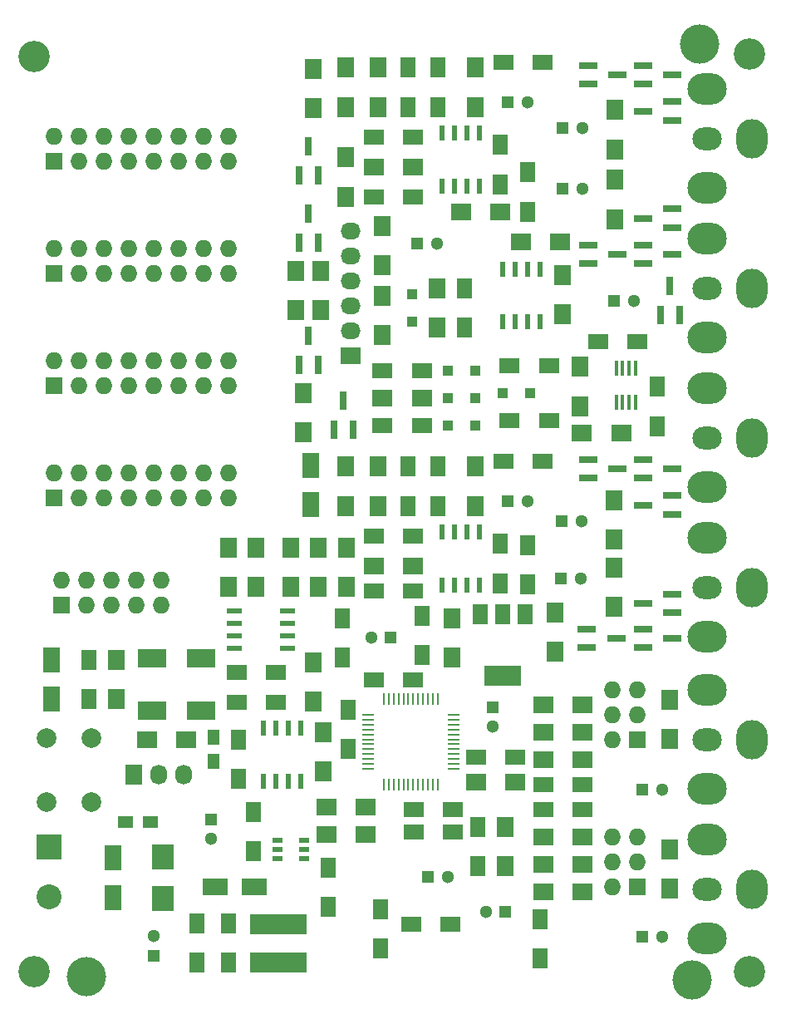
<source format=gts>
G04 #@! TF.FileFunction,Soldermask,Top*
%FSLAX46Y46*%
G04 Gerber Fmt 4.6, Leading zero omitted, Abs format (unit mm)*
G04 Created by KiCad (PCBNEW 4.0.6-e0-6349~52~ubuntu16.10.1) date Mon Jun 12 13:42:03 2017*
%MOMM*%
%LPD*%
G01*
G04 APERTURE LIST*
%ADD10C,0.100000*%
%ADD11R,1.727200X1.727200*%
%ADD12O,1.727200X1.727200*%
%ADD13R,1.600000X2.000000*%
%ADD14R,2.000000X1.600000*%
%ADD15R,1.300000X1.300000*%
%ADD16C,1.300000*%
%ADD17R,1.800860X2.499360*%
%ADD18R,2.301240X2.499360*%
%ADD19R,2.499360X1.800860*%
%ADD20R,1.100000X1.100000*%
%ADD21R,1.500000X1.250000*%
%ADD22R,1.250000X1.500000*%
%ADD23O,4.000000X3.200000*%
%ADD24O,3.200000X4.000000*%
%ADD25O,3.000000X2.300000*%
%ADD26R,2.540000X2.540000*%
%ADD27C,2.540000*%
%ADD28R,5.800000X2.100000*%
%ADD29R,1.100000X0.600000*%
%ADD30R,2.032000X1.727200*%
%ADD31O,2.032000X1.727200*%
%ADD32R,1.727200X2.032000*%
%ADD33O,1.727200X2.032000*%
%ADD34R,1.700000X2.000000*%
%ADD35R,2.000000X1.700000*%
%ADD36R,1.300000X0.250000*%
%ADD37R,0.250000X1.300000*%
%ADD38R,0.600000X1.550000*%
%ADD39R,0.300000X1.600000*%
%ADD40R,1.550000X0.600000*%
%ADD41R,3.000000X1.980000*%
%ADD42R,0.800000X1.900000*%
%ADD43R,3.800000X2.000000*%
%ADD44R,1.500000X2.000000*%
%ADD45R,1.900000X0.800000*%
%ADD46C,2.000000*%
%ADD47C,3.200000*%
%ADD48C,4.000000*%
G04 APERTURE END LIST*
D10*
D11*
X69850000Y-117348000D03*
D12*
X69850000Y-114808000D03*
X72390000Y-117348000D03*
X72390000Y-114808000D03*
X74930000Y-117348000D03*
X74930000Y-114808000D03*
X77470000Y-117348000D03*
X77470000Y-114808000D03*
X80010000Y-117348000D03*
X80010000Y-114808000D03*
D13*
X72644000Y-122968000D03*
X72644000Y-126968000D03*
X98425000Y-118713500D03*
X98425000Y-122713500D03*
X106553000Y-118459500D03*
X106553000Y-122459500D03*
D14*
X101632000Y-124968000D03*
X105632000Y-124968000D03*
D13*
X118618000Y-153384000D03*
X118618000Y-149384000D03*
X99060000Y-128048000D03*
X99060000Y-132048000D03*
X102362000Y-148368000D03*
X102362000Y-152368000D03*
X87820500Y-135096000D03*
X87820500Y-131096000D03*
D14*
X116046000Y-132842000D03*
X112046000Y-132842000D03*
D13*
X112268000Y-139986000D03*
X112268000Y-143986000D03*
D14*
X109442000Y-149860000D03*
X105442000Y-149860000D03*
X105696000Y-140462000D03*
X109696000Y-140462000D03*
X105696000Y-138176000D03*
X109696000Y-138176000D03*
X118904000Y-135636000D03*
X122904000Y-135636000D03*
X122904000Y-138176000D03*
X118904000Y-138176000D03*
X101632000Y-110363000D03*
X105632000Y-110363000D03*
D13*
X105156000Y-103283000D03*
X105156000Y-107283000D03*
D14*
X101632000Y-69723000D03*
X105632000Y-69723000D03*
D13*
X105156000Y-62643000D03*
X105156000Y-66643000D03*
D14*
X105632000Y-115951000D03*
X101632000Y-115951000D03*
D13*
X108204000Y-107283000D03*
X108204000Y-103283000D03*
D14*
X105632000Y-75819000D03*
X101632000Y-75819000D03*
D13*
X108204000Y-66643000D03*
X108204000Y-62643000D03*
X117348000Y-115284000D03*
X117348000Y-111284000D03*
D14*
X114840000Y-102743000D03*
X118840000Y-102743000D03*
D13*
X117348000Y-77311000D03*
X117348000Y-73311000D03*
D14*
X114840000Y-62103000D03*
X118840000Y-62103000D03*
D15*
X120713500Y-114681000D03*
D16*
X122713500Y-114681000D03*
D15*
X120777000Y-108839000D03*
D16*
X122777000Y-108839000D03*
D15*
X120904000Y-74930000D03*
D16*
X122904000Y-74930000D03*
D15*
X120904000Y-68770500D03*
D16*
X122904000Y-68770500D03*
D15*
X115316000Y-106807000D03*
D16*
X117316000Y-106807000D03*
D15*
X115316000Y-66167000D03*
D16*
X117316000Y-66167000D03*
D15*
X129032000Y-151130000D03*
D16*
X131032000Y-151130000D03*
D15*
X129032000Y-136144000D03*
D16*
X131032000Y-136144000D03*
D13*
X114554000Y-111157000D03*
X114554000Y-115157000D03*
X114554000Y-70517000D03*
X114554000Y-74517000D03*
D15*
X126111000Y-86360000D03*
D16*
X128111000Y-86360000D03*
D13*
X130556000Y-99155000D03*
X130556000Y-95155000D03*
D14*
X128492000Y-90551000D03*
X124492000Y-90551000D03*
D13*
X110871000Y-85122000D03*
X110871000Y-89122000D03*
D15*
X106045000Y-80518000D03*
D16*
X108045000Y-80518000D03*
D14*
X115475000Y-98552000D03*
X119475000Y-98552000D03*
X115475000Y-92964000D03*
X119475000Y-92964000D03*
X102521000Y-99060000D03*
X106521000Y-99060000D03*
X102521000Y-93472000D03*
X106521000Y-93472000D03*
X91662000Y-127254000D03*
X87662000Y-127254000D03*
X87662000Y-124269500D03*
X91662000Y-124269500D03*
D13*
X96964500Y-148113500D03*
X96964500Y-144113500D03*
X89408000Y-138462000D03*
X89408000Y-142462000D03*
X86804500Y-153828500D03*
X86804500Y-149828500D03*
D15*
X85090000Y-139192000D03*
D16*
X85090000Y-141192000D03*
D13*
X83629500Y-153828500D03*
X83629500Y-149828500D03*
D15*
X79184500Y-153098500D03*
D16*
X79184500Y-151098500D03*
D17*
X95250000Y-107154980D03*
X95250000Y-103157020D03*
X68834000Y-126966980D03*
X68834000Y-122969020D03*
X75057000Y-143162020D03*
X75057000Y-147159980D03*
D18*
X80137000Y-143012160D03*
X80137000Y-147309840D03*
D19*
X89438480Y-146113500D03*
X85440520Y-146113500D03*
D20*
X105537000Y-88522000D03*
X105537000Y-85722000D03*
X117605000Y-95758000D03*
X114805000Y-95758000D03*
X112017000Y-99060000D03*
X109217000Y-99060000D03*
X109217000Y-96266000D03*
X112017000Y-96266000D03*
X112017000Y-93472000D03*
X109217000Y-93472000D03*
D21*
X76347000Y-139446000D03*
X78847000Y-139446000D03*
D22*
X85344000Y-133330000D03*
X85344000Y-130830000D03*
D23*
X135636000Y-141304000D03*
X135636000Y-151304000D03*
D24*
X140136000Y-146304000D03*
D25*
X135636000Y-146304000D03*
D23*
X135636000Y-126064000D03*
X135636000Y-136064000D03*
D24*
X140136000Y-131064000D03*
D25*
X135636000Y-131064000D03*
D26*
X68580000Y-141986000D03*
D27*
X68580000Y-147066000D03*
D23*
X135636000Y-110570000D03*
X135636000Y-120570000D03*
D24*
X140136000Y-115570000D03*
D25*
X135636000Y-115570000D03*
D23*
X135636000Y-95330000D03*
X135636000Y-105330000D03*
D24*
X140136000Y-100330000D03*
D25*
X135636000Y-100330000D03*
D23*
X135636000Y-80090000D03*
X135636000Y-90090000D03*
D24*
X140136000Y-85090000D03*
D25*
X135636000Y-85090000D03*
D23*
X135636000Y-64850000D03*
X135636000Y-74850000D03*
D24*
X140136000Y-69850000D03*
D25*
X135636000Y-69850000D03*
D28*
X91884500Y-153778500D03*
X91884500Y-149878500D03*
D29*
X94504500Y-143253500D03*
X94504500Y-142303500D03*
X94504500Y-141353500D03*
X91804500Y-141353500D03*
X91804500Y-142303500D03*
X91804500Y-143253500D03*
D30*
X99314000Y-91948000D03*
D31*
X99314000Y-89408000D03*
X99314000Y-86868000D03*
X99314000Y-84328000D03*
X99314000Y-81788000D03*
X99314000Y-79248000D03*
D32*
X77216000Y-134620000D03*
D33*
X79756000Y-134620000D03*
X82296000Y-134620000D03*
D11*
X69088000Y-106426000D03*
D12*
X69088000Y-103886000D03*
X71628000Y-106426000D03*
X71628000Y-103886000D03*
X74168000Y-106426000D03*
X74168000Y-103886000D03*
X76708000Y-106426000D03*
X76708000Y-103886000D03*
X79248000Y-106426000D03*
X79248000Y-103886000D03*
X81788000Y-106426000D03*
X81788000Y-103886000D03*
X84328000Y-106426000D03*
X84328000Y-103886000D03*
X86868000Y-106426000D03*
X86868000Y-103886000D03*
D11*
X69088000Y-94996000D03*
D12*
X69088000Y-92456000D03*
X71628000Y-94996000D03*
X71628000Y-92456000D03*
X74168000Y-94996000D03*
X74168000Y-92456000D03*
X76708000Y-94996000D03*
X76708000Y-92456000D03*
X79248000Y-94996000D03*
X79248000Y-92456000D03*
X81788000Y-94996000D03*
X81788000Y-92456000D03*
X84328000Y-94996000D03*
X84328000Y-92456000D03*
X86868000Y-94996000D03*
X86868000Y-92456000D03*
D11*
X69088000Y-83566000D03*
D12*
X69088000Y-81026000D03*
X71628000Y-83566000D03*
X71628000Y-81026000D03*
X74168000Y-83566000D03*
X74168000Y-81026000D03*
X76708000Y-83566000D03*
X76708000Y-81026000D03*
X79248000Y-83566000D03*
X79248000Y-81026000D03*
X81788000Y-83566000D03*
X81788000Y-81026000D03*
X84328000Y-83566000D03*
X84328000Y-81026000D03*
X86868000Y-83566000D03*
X86868000Y-81026000D03*
D11*
X69088000Y-72136000D03*
D12*
X69088000Y-69596000D03*
X71628000Y-72136000D03*
X71628000Y-69596000D03*
X74168000Y-72136000D03*
X74168000Y-69596000D03*
X76708000Y-72136000D03*
X76708000Y-69596000D03*
X79248000Y-72136000D03*
X79248000Y-69596000D03*
X81788000Y-72136000D03*
X81788000Y-69596000D03*
X84328000Y-72136000D03*
X84328000Y-69596000D03*
X86868000Y-72136000D03*
X86868000Y-69596000D03*
D11*
X128524000Y-146050000D03*
D12*
X125984000Y-146050000D03*
X128524000Y-143510000D03*
X125984000Y-143510000D03*
X128524000Y-140970000D03*
X125984000Y-140970000D03*
D11*
X128524000Y-131064000D03*
D12*
X125984000Y-131064000D03*
X128524000Y-128524000D03*
X125984000Y-128524000D03*
X128524000Y-125984000D03*
X125984000Y-125984000D03*
D34*
X75438000Y-126968000D03*
X75438000Y-122968000D03*
X94488000Y-99790000D03*
X94488000Y-95790000D03*
X93726000Y-87344000D03*
X93726000Y-83344000D03*
X96266000Y-87344000D03*
X96266000Y-83344000D03*
X95504000Y-62770000D03*
X95504000Y-66770000D03*
X109601000Y-122713500D03*
X109601000Y-118713500D03*
D35*
X82518000Y-131064000D03*
X78518000Y-131064000D03*
X112046000Y-135382000D03*
X116046000Y-135382000D03*
D34*
X95504000Y-127222000D03*
X95504000Y-123222000D03*
X96520000Y-134334000D03*
X96520000Y-130334000D03*
X115062000Y-143986000D03*
X115062000Y-139986000D03*
X98869500Y-115538000D03*
X98869500Y-111538000D03*
X98806000Y-103283000D03*
X98806000Y-107283000D03*
X98806000Y-75787000D03*
X98806000Y-71787000D03*
X98806000Y-62643000D03*
X98806000Y-66643000D03*
D35*
X105632000Y-113411000D03*
X101632000Y-113411000D03*
D34*
X102108000Y-103283000D03*
X102108000Y-107283000D03*
D35*
X105632000Y-72771000D03*
X101632000Y-72771000D03*
D34*
X102108000Y-62643000D03*
X102108000Y-66643000D03*
X120142000Y-118142000D03*
X120142000Y-122142000D03*
X112014000Y-103283000D03*
X112014000Y-107283000D03*
D35*
X114522000Y-77343000D03*
X110522000Y-77343000D03*
D34*
X112014000Y-62643000D03*
X112014000Y-66643000D03*
X126111000Y-117570000D03*
X126111000Y-113570000D03*
X126111000Y-106712000D03*
X126111000Y-110712000D03*
X126238000Y-78073000D03*
X126238000Y-74073000D03*
X126238000Y-66961000D03*
X126238000Y-70961000D03*
X131826000Y-146272000D03*
X131826000Y-142272000D03*
X131826000Y-131032000D03*
X131826000Y-127032000D03*
D35*
X118904000Y-146558000D03*
X122904000Y-146558000D03*
X118904000Y-143764000D03*
X122904000Y-143764000D03*
X118904000Y-140970000D03*
X122904000Y-140970000D03*
X118904000Y-133096000D03*
X122904000Y-133096000D03*
X118904000Y-130302000D03*
X122904000Y-130302000D03*
X118904000Y-127508000D03*
X122904000Y-127508000D03*
X122841000Y-99822000D03*
X126841000Y-99822000D03*
D34*
X108077000Y-89122000D03*
X108077000Y-85122000D03*
X102489000Y-85884000D03*
X102489000Y-89884000D03*
X102489000Y-78772000D03*
X102489000Y-82772000D03*
D35*
X116618000Y-80391000D03*
X120618000Y-80391000D03*
D34*
X120840500Y-83788500D03*
X120840500Y-87788500D03*
X122682000Y-93123000D03*
X122682000Y-97123000D03*
D35*
X102521000Y-96266000D03*
X106521000Y-96266000D03*
D34*
X86868000Y-111538000D03*
X86868000Y-115538000D03*
X89662000Y-111538000D03*
X89662000Y-115538000D03*
X93218000Y-111538000D03*
X93218000Y-115538000D03*
X96012000Y-111538000D03*
X96012000Y-115538000D03*
D35*
X100806000Y-137922000D03*
X96806000Y-137922000D03*
X96806000Y-140716000D03*
X100806000Y-140716000D03*
D36*
X109760000Y-134068000D03*
X109760000Y-133568000D03*
X109760000Y-133068000D03*
X109760000Y-132568000D03*
X109760000Y-132068000D03*
X109760000Y-131568000D03*
X109760000Y-131068000D03*
X109760000Y-130568000D03*
X109760000Y-130068000D03*
X109760000Y-129568000D03*
X109760000Y-129068000D03*
X109760000Y-128568000D03*
D37*
X108160000Y-126968000D03*
X107660000Y-126968000D03*
X107160000Y-126968000D03*
X106660000Y-126968000D03*
X106160000Y-126968000D03*
X105660000Y-126968000D03*
X105160000Y-126968000D03*
X104660000Y-126968000D03*
X104160000Y-126968000D03*
X103660000Y-126968000D03*
X103160000Y-126968000D03*
X102660000Y-126968000D03*
D36*
X101060000Y-128568000D03*
X101060000Y-129068000D03*
X101060000Y-129568000D03*
X101060000Y-130068000D03*
X101060000Y-130568000D03*
X101060000Y-131068000D03*
X101060000Y-131568000D03*
X101060000Y-132068000D03*
X101060000Y-132568000D03*
X101060000Y-133068000D03*
X101060000Y-133568000D03*
X101060000Y-134068000D03*
D37*
X102660000Y-135668000D03*
X103160000Y-135668000D03*
X103660000Y-135668000D03*
X104160000Y-135668000D03*
X104660000Y-135668000D03*
X105160000Y-135668000D03*
X105660000Y-135668000D03*
X106160000Y-135668000D03*
X106660000Y-135668000D03*
X107160000Y-135668000D03*
X107660000Y-135668000D03*
X108160000Y-135668000D03*
D38*
X90360500Y-135351500D03*
X91630500Y-135351500D03*
X92900500Y-135351500D03*
X94170500Y-135351500D03*
X94170500Y-129951500D03*
X92900500Y-129951500D03*
X91630500Y-129951500D03*
X90360500Y-129951500D03*
X108585000Y-115349000D03*
X109855000Y-115349000D03*
X111125000Y-115349000D03*
X112395000Y-115349000D03*
X112395000Y-109949000D03*
X111125000Y-109949000D03*
X109855000Y-109949000D03*
X108585000Y-109949000D03*
X108585000Y-74709000D03*
X109855000Y-74709000D03*
X111125000Y-74709000D03*
X112395000Y-74709000D03*
X112395000Y-69309000D03*
X111125000Y-69309000D03*
X109855000Y-69309000D03*
X108585000Y-69309000D03*
D39*
X128285000Y-93296000D03*
X127635000Y-93296000D03*
X126985000Y-93296000D03*
X126335000Y-93296000D03*
X128285000Y-96696000D03*
X127635000Y-96696000D03*
X126985000Y-96696000D03*
X126335000Y-96696000D03*
D38*
X118618000Y-83152000D03*
X117348000Y-83152000D03*
X116078000Y-83152000D03*
X114808000Y-83152000D03*
X114808000Y-88552000D03*
X116078000Y-88552000D03*
X117348000Y-88552000D03*
X118618000Y-88552000D03*
D40*
X87406500Y-117983000D03*
X87406500Y-119253000D03*
X87406500Y-120523000D03*
X87406500Y-121793000D03*
X92806500Y-121793000D03*
X92806500Y-120523000D03*
X92806500Y-119253000D03*
X92806500Y-117983000D03*
D41*
X84034000Y-128106000D03*
X84034000Y-122846000D03*
X79034000Y-122846000D03*
X79034000Y-128106000D03*
D42*
X97602000Y-99544000D03*
X99502000Y-99544000D03*
X98552000Y-96544000D03*
X94046000Y-92940000D03*
X95946000Y-92940000D03*
X94996000Y-89940000D03*
X94046000Y-80494000D03*
X95946000Y-80494000D03*
X94996000Y-77494000D03*
X94046000Y-73636000D03*
X95946000Y-73636000D03*
X94996000Y-70636000D03*
D43*
X114744500Y-124625500D03*
D44*
X114744500Y-118325500D03*
X112444500Y-118325500D03*
X117044500Y-118325500D03*
D45*
X123341000Y-119827000D03*
X123341000Y-121727000D03*
X126341000Y-120777000D03*
X123468000Y-102555000D03*
X123468000Y-104455000D03*
X126468000Y-103505000D03*
X123468000Y-80711000D03*
X123468000Y-82611000D03*
X126468000Y-81661000D03*
X123468000Y-62423000D03*
X123468000Y-64323000D03*
X126468000Y-63373000D03*
X129056000Y-119827000D03*
X129056000Y-121727000D03*
X132056000Y-120777000D03*
X129056000Y-102555000D03*
X129056000Y-104455000D03*
X132056000Y-103505000D03*
X129056000Y-80711000D03*
X129056000Y-82611000D03*
X132056000Y-81661000D03*
X129056000Y-62423000D03*
X129056000Y-64323000D03*
X132056000Y-63373000D03*
X132056000Y-118171000D03*
X132056000Y-116271000D03*
X129056000Y-117221000D03*
X132056000Y-108138000D03*
X132056000Y-106238000D03*
X129056000Y-107188000D03*
X132056000Y-78928000D03*
X132056000Y-77028000D03*
X129056000Y-77978000D03*
X132056000Y-68006000D03*
X132056000Y-66106000D03*
X129056000Y-67056000D03*
D42*
X130876000Y-87860000D03*
X132776000Y-87860000D03*
X131826000Y-84860000D03*
D46*
X72826000Y-137414000D03*
X68326000Y-137414000D03*
X72826000Y-130914000D03*
X68326000Y-130914000D03*
D15*
X113792000Y-127762000D03*
D16*
X113792000Y-129762000D03*
D15*
X103378000Y-120650000D03*
D16*
X101378000Y-120650000D03*
D15*
X115062000Y-148590000D03*
D16*
X113062000Y-148590000D03*
D15*
X107188000Y-145034000D03*
D16*
X109188000Y-145034000D03*
D47*
X67056000Y-61468000D03*
X139954000Y-61214000D03*
X139954000Y-154686000D03*
X67056000Y-154686000D03*
D48*
X134112000Y-155575000D03*
X72390000Y-155194000D03*
X134874000Y-60198000D03*
M02*

</source>
